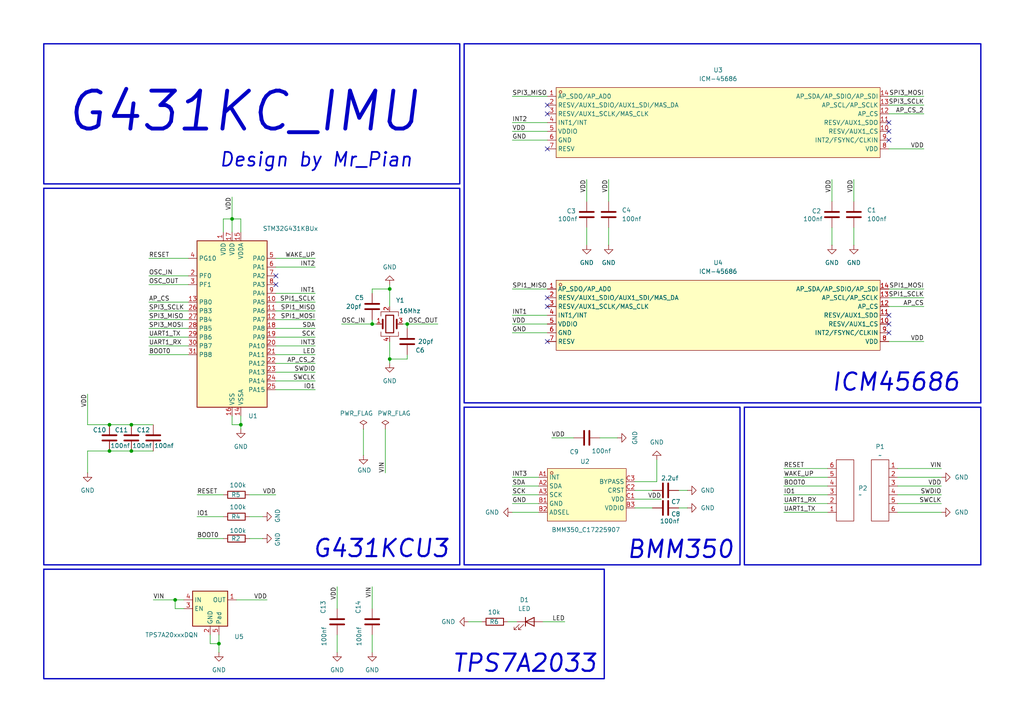
<source format=kicad_sch>
(kicad_sch (version 20250114) (generator "eeschema") (generator_version "9.0")
  (paper "A4")
  (title_block (title "G431KB_IMU") (date "2025-03-07"))
  (lib_symbols
    (symbol "Device:C" (pin_numbers (hide yes)) (pin_names (offset 0.254))
      (property "Reference" "C" (at 0.635 2.54 0))
      (property "Value" "C" (at 0.635 -2.54 0))
      (symbol "C_0_1"
        (polyline (pts (xy -2.032 0.762) (xy 2.032 0.762)) (stroke (width 0.508)))
        (polyline (pts (xy -2.032 -0.762) (xy 2.032 -0.762)) (stroke (width 0.508)))
      )
      (symbol "C_1_1"
        (pin passive line (at 0 3.81 270) (length 2.794) (name "~") (number "1"))
        (pin passive line (at 0 -3.81 90) (length 2.794) (name "~") (number "2"))
      )
    )
    (symbol "Device:Crystal_GND24" (pin_names (offset 1.016) (hide yes))
      (property "Reference" "Y" (at 3.175 5.08 0))
      (property "Value" "Crystal_GND24" (at 3.175 3.175 0))
      (symbol "Crystal_GND24_0_1"
        (polyline (pts (xy -2.54 2.286) (xy -2.54 3.556) (xy 2.54 3.556) (xy 2.54 2.286)))
        (polyline (pts (xy -2.54 0) (xy -2.032 0)))
        (polyline (pts (xy -2.54 -2.286) (xy -2.54 -3.556) (xy 2.54 -3.556) (xy 2.54 -2.286)))
        (polyline (pts (xy -2.032 -1.27) (xy -2.032 1.27)) (stroke (width 0.508)))
        (rectangle (start -1.143 2.54) (end 1.143 -2.54) (stroke (width 0.3048)))
        (polyline (pts (xy 0 3.556) (xy 0 3.81)))
        (polyline (pts (xy 0 -3.81) (xy 0 -3.556)))
        (polyline (pts (xy 2.032 0) (xy 2.54 0)))
        (polyline (pts (xy 2.032 -1.27) (xy 2.032 1.27)) (stroke (width 0.508)))
      )
      (symbol "Crystal_GND24_1_1"
        (pin passive line (at -3.81 0 0) (length 1.27) (name "1") (number "1"))
        (pin passive line (at 0 5.08 270) (length 1.27) (name "2") (number "2"))
        (pin passive line (at 0 -5.08 90) (length 1.27) (name "4") (number "4"))
        (pin passive line (at 3.81 0 180) (length 1.27) (name "3") (number "3"))
      )
    )
    (symbol "Device:LED" (pin_numbers (hide yes)) (pin_names (offset 1.016) (hide yes))
      (property "Reference" "D" (at 0 2.54 0))
      (property "Value" "LED" (at 0 -2.54 0))
      (symbol "LED_0_1"
        (polyline (pts (xy -3.048 -0.762) (xy -4.572 -2.286) (xy -3.81 -2.286) (xy -4.572 -2.286) (xy -4.572 -1.524)))
        (polyline (pts (xy -1.778 -0.762) (xy -3.302 -2.286) (xy -2.54 -2.286) (xy -3.302 -2.286) (xy -3.302 -1.524)))
        (polyline (pts (xy -1.27 0) (xy 1.27 0)))
        (polyline (pts (xy -1.27 -1.27) (xy -1.27 1.27)) (stroke (width 0.254)))
        (polyline (pts (xy 1.27 -1.27) (xy 1.27 1.27) (xy -1.27 0) (xy 1.27 -1.27)) (stroke (width 0.254)))
      )
      (symbol "LED_1_1"
        (pin passive line (at -3.81 0 0) (length 2.54) (name "K") (number "1"))
        (pin passive line (at 3.81 0 180) (length 2.54) (name "A") (number "2"))
      )
    )
    (symbol "Device:R" (pin_numbers (hide yes)) (pin_names (offset 0))
      (property "Reference" "R" (at 2.032 0 90))
      (property "Value" "R" (at 0 0 90))
      (symbol "R_0_1"
        (rectangle (start -1.016 -2.54) (end 1.016 2.54) (stroke (width 0.254)))
      )
      (symbol "R_1_1"
        (pin passive line (at 0 3.81 270) (length 1.27) (name "~") (number "1"))
        (pin passive line (at 0 -3.81 90) (length 1.27) (name "~") (number "2"))
      )
    )
    (symbol "MCU_ST_STM32G4:STM32G431KBUx"
      (property "Reference" "U" (at -10.16 26.67 0))
      (property "Value" "STM32G431KBUx" (at 5.08 26.67 0))
      (symbol "STM32G431KBUx_0_1"
        (rectangle (start -10.16 -22.86) (end 10.16 25.4) (stroke (width 0.254)) (fill (type background)))
      )
      (symbol "STM32G431KBUx_1_1"
        (pin bidirectional line (at -12.7 20.32 0) (length 2.54) (name "PG10") (number "4"))
        (pin bidirectional line (at -12.7 15.24 0) (length 2.54) (name "PF0") (number "2"))
        (pin bidirectional line (at -12.7 12.7 0) (length 2.54) (name "PF1") (number "3"))
        (pin bidirectional line (at -12.7 7.62 0) (length 2.54) (name "PB0") (number "13"))
        (pin bidirectional line (at -12.7 5.08 0) (length 2.54) (name "PB3") (number "26"))
        (pin bidirectional line (at -12.7 2.54 0) (length 2.54) (name "PB4") (number "27"))
        (pin bidirectional line (at -12.7 0 0) (length 2.54) (name "PB5") (number "28"))
        (pin bidirectional line (at -12.7 -2.54 0) (length 2.54) (name "PB6") (number "29"))
        (pin bidirectional line (at -12.7 -5.08 0) (length 2.54) (name "PB7") (number "30"))
        (pin bidirectional line (at -12.7 -7.62 0) (length 2.54) (name "PB8") (number "31"))
        (pin power_in line (at -2.54 27.94 270) (length 2.54) (name "VDD") (number "1"))
        (pin power_in line (at 0 27.94 270) (length 2.54) (name "VDD") (number "17"))
        (pin power_in line (at 0 -25.4 90) (length 2.54) (name "VSS") (number "16"))
        (pin passive line (at 0 -25.4 90) (length 2.54) (hide yes) (name "VSS") (number "32"))
        (pin passive line (at 0 -25.4 90) (length 2.54) (hide yes) (name "VSS") (number "33"))
        (pin power_in line (at 2.54 27.94 270) (length 2.54) (name "VDDA") (number "15"))
        (pin power_in line (at 2.54 -25.4 90) (length 2.54) (name "VSSA") (number "14"))
        (pin bidirectional line (at 12.7 20.32 180) (length 2.54) (name "PA0") (number "5"))
        (pin bidirectional line (at 12.7 17.78 180) (length 2.54) (name "PA1") (number "6"))
        (pin bidirectional line (at 12.7 15.24 180) (length 2.54) (name "PA2") (number "7"))
        (pin bidirectional line (at 12.7 12.7 180) (length 2.54) (name "PA3") (number "8"))
        (pin bidirectional line (at 12.7 10.16 180) (length 2.54) (name "PA4") (number "9"))
        (pin bidirectional line (at 12.7 7.62 180) (length 2.54) (name "PA5") (number "10"))
        (pin bidirectional line (at 12.7 5.08 180) (length 2.54) (name "PA6") (number "11"))
        (pin bidirectional line (at 12.7 2.54 180) (length 2.54) (name "PA7") (number "12"))
        (pin bidirectional line (at 12.7 0 180) (length 2.54) (name "PA8") (number "18"))
        (pin bidirectional line (at 12.7 -2.54 180) (length 2.54) (name "PA9") (number "19"))
        (pin bidirectional line (at 12.7 -5.08 180) (length 2.54) (name "PA10") (number "20"))
        (pin bidirectional line (at 12.7 -7.62 180) (length 2.54) (name "PA11") (number "21"))
        (pin bidirectional line (at 12.7 -10.16 180) (length 2.54) (name "PA12") (number "22"))
        (pin bidirectional line (at 12.7 -12.7 180) (length 2.54) (name "PA13") (number "23"))
        (pin bidirectional line (at 12.7 -15.24 180) (length 2.54) (name "PA14") (number "24"))
        (pin bidirectional line (at 12.7 -17.78 180) (length 2.54) (name "PA15") (number "25"))
      )
    )
    (symbol "Regulator_Linear:TPS7A20xxxDQN"
      (property "Reference" "U" (at -3.81 6.35 0))
      (property "Value" "TPS7A20xxxDQN" (at 6.35 6.35 0))
      (symbol "TPS7A20xxxDQN_0_1"
        (rectangle (start -5.08 5.08) (end 5.08 -5.08) (stroke (width 0.254)) (fill (type background)))
        (pin power_in line (at -7.62 2.54 0) (length 2.54) (name "IN") (number "4"))
        (pin input line (at -7.62 0 0) (length 2.54) (name "EN") (number "3"))
        (pin power_in line (at 0 -7.62 90) (length 2.54) (name "GND") (number "2"))
        (pin power_out line (at 7.62 2.54 180) (length 2.54) (name "OUT") (number "1"))
      )
      (symbol "TPS7A20xxxDQN_1_1"
        (pin passive line (at 2.54 -7.62 90) (length 2.54) (name "Pad") (number "5"))
      )
    )
    (symbol "User_Symbols:6Pin半孔"
      (property "Reference" "P" (at -0.762 0.508 0))
      (symbol "6Pin半孔_0_1"
        (rectangle (start -2.54 -1.27) (end 2.54 -19.05))
      )
      (symbol "6Pin半孔_1_1"
        (pin unspecified line (at 5.08 -3.81 180) (length 2.54) (name "") (number "1"))
        (pin unspecified line (at 5.08 -6.35 180) (length 2.54) (name "") (number "2"))
        (pin unspecified line (at 5.08 -8.89 180) (length 2.54) (name "") (number "3"))
        (pin unspecified line (at 5.08 -11.43 180) (length 2.54) (name "") (number "4"))
        (pin unspecified line (at 5.08 -13.97 180) (length 2.54) (name "") (number "5"))
        (pin unspecified line (at 5.08 -16.51 180) (length 2.54) (name "") (number "6"))
      )
    )
    (symbol "easyeda2kicad:BMM350_C17225907"
      (property "Reference" "U" (at 0 11.43 0))
      (property "Value" "BMM350_C17225907" (at 0 -8.89 0))
      (symbol "BMM350_C17225907_0_1"
        (rectangle (start -12.7 8.89) (end 10.16 -6.35) (fill (type background)))
        (circle (center -11.43 7.62) (radius 0.38))
        (pin unspecified line (at -15.24 6.35 0) (length 2.54) (name "INT") (number "A1"))
        (pin unspecified line (at -15.24 3.81 0) (length 2.54) (name "SDA") (number "A2"))
        (pin unspecified line (at -15.24 1.27 0) (length 2.54) (name "SCK") (number "A3"))
        (pin unspecified line (at -15.24 -1.27 0) (length 2.54) (name "GND") (number "B1"))
        (pin unspecified line (at -15.24 -3.81 0) (length 2.54) (name "ADSEL") (number "B2"))
        (pin unspecified line (at 12.7 5.08 180) (length 2.54) (name "BYPASS") (number "C3"))
        (pin unspecified line (at 12.7 2.54 180) (length 2.54) (name "CRST") (number "C2"))
        (pin unspecified line (at 12.7 0 180) (length 2.54) (name "VDD") (number "C1"))
        (pin unspecified line (at 12.7 -2.54 180) (length 2.54) (name "VDDIO") (number "B3"))
      )
    )
    (symbol "easyeda2kicad:ICM-45686"
      (property "Reference" "U" (at 0 12.7 0))
      (property "Value" "ICM-45686" (at 0 -12.7 0))
      (symbol "ICM-45686_0_1"
        (rectangle (start -46.99 10.16) (end 46.99 -10.16) (fill (type background)))
        (circle (center -45.72 8.89) (radius 0.38))
        (pin unspecified line (at -49.53 7.62 0) (length 2.54) (name "AP_SDO/AP_AD0") (number "1"))
        (pin unspecified line (at -49.53 5.08 0) (length 2.54) (name "RESV/AUX1_SDIO/AUX1_SDI/MAS_DA") (number "2"))
        (pin unspecified line (at -49.53 2.54 0) (length 2.54) (name "RESV/AUX1_SCLK/MAS_CLK") (number "3"))
        (pin unspecified line (at -49.53 0 0) (length 2.54) (name "INT1/INT") (number "4"))
        (pin unspecified line (at -49.53 -2.54 0) (length 2.54) (name "VDDIO") (number "5"))
        (pin unspecified line (at -49.53 -5.08 0) (length 2.54) (name "GND") (number "6"))
        (pin unspecified line (at -49.53 -7.62 0) (length 2.54) (name "RESV") (number "7"))
        (pin unspecified line (at 49.53 7.62 180) (length 2.54) (name "AP_SDA/AP_SDIO/AP_SDI") (number "14"))
        (pin unspecified line (at 49.53 5.08 180) (length 2.54) (name "AP_SCL/AP_SCLK") (number "13"))
        (pin unspecified line (at 49.53 2.54 180) (length 2.54) (name "AP_CS") (number "12"))
        (pin unspecified line (at 49.53 0 180) (length 2.54) (name "RESV/AUX1_SDO") (number "11"))
        (pin unspecified line (at 49.53 -2.54 180) (length 2.54) (name "RESV/AUX1_CS") (number "10"))
        (pin unspecified line (at 49.53 -5.08 180) (length 2.54) (name "INT2/FSYNC/CLKIN") (number "9"))
        (pin unspecified line (at 49.53 -7.62 180) (length 2.54) (name "VDD") (number "8"))
      )
    )
    (symbol "power:GND" (power) (pin_numbers (hide yes)) (pin_names (offset 0) (hide yes))
      (property "Value" "GND" (at 0 -3.81 0))
      (symbol "GND_0_1"
        (polyline (pts (xy 0 0) (xy 0 -1.27) (xy 1.27 -1.27) (xy 0 -2.54) (xy -1.27 -1.27) (xy 0 -1.27)))
      )
      (symbol "GND_1_1"
        (pin power_in line (at 0 0 270) (length 0) (name "~") (number "1"))
      )
    )
    (symbol "power:PWR_FLAG" (power) (pin_numbers (hide yes)) (pin_names (offset 0) (hide yes))
      (property "Value" "PWR_FLAG" (at 0 3.81 0))
      (symbol "PWR_FLAG_0_0"
        (pin power_out line (at 0 0 90) (length 0) (name "~") (number "1"))
      )
      (symbol "PWR_FLAG_0_1"
        (polyline (pts (xy 0 0) (xy 0 1.27) (xy -1.016 1.905) (xy 0 2.54) (xy 1.016 1.905) (xy 0 1.27)))
      )
    )
  )
  (rectangle (start 12.7 54.61) (end 133.35 163.83) (stroke (width 0.381)))
  (rectangle (start 215.9 118.11) (end 284.48 163.83) (stroke (width 0.381)))
  (rectangle (start 12.7 12.7) (end 133.35 53.34) (stroke (width 0.381)))
  (rectangle (start 134.62 12.7) (end 284.48 116.84) (stroke (width 0.381)))
  (rectangle (start 12.7 165.1) (end 175.26 196.85) (stroke (width 0.381)))
  (rectangle (start 134.62 118.11) (end 214.63 163.83) (stroke (width 0.381)))
  (text "Design by Mr_Pian" (at 91.694 46.482 0) (effects (font (size 4 4) (thickness 0.5) (italic yes))))
  (text "BMM350" (at 197.358 159.512 0) (effects (font (size 5 5) (thickness 0.625) (italic yes))))
  (text "G431KC_IMU" (at 70.612 32.512 0) (effects (font (size 11 11) (thickness 1.125) (italic yes))))
  (text "ICM45686" (at 259.842 110.998 0) (effects (font (size 5 5) (thickness 0.625) (italic yes))))
  (text "TPS7A2033" (at 152.146 192.532 0) (effects (font (size 5 5) (thickness 0.625) (italic yes))))
  (text "G431KCU3" (at 110.49 159.258 0) (effects (font (size 5 5) (thickness 0.625) (italic yes))))
  (junction (at 113.03 83.82))
  (junction (at 38.1 123.19))
  (junction (at 38.1 130.81))
  (junction (at 63.5 186.69))
  (junction (at 31.75 130.81))
  (junction (at 69.85 123.19))
  (junction (at 113.03 104.14))
  (junction (at 107.95 93.98))
  (junction (at 31.75 123.19))
  (junction (at 118.11 93.98))
  (junction (at 67.31 63.5))
  (junction (at 50.8 173.99))
  (no_connect (at 158.75 43.18))
  (no_connect (at 257.81 93.98))
  (no_connect (at 257.81 91.44))
  (no_connect (at 257.81 38.1))
  (no_connect (at 158.75 33.02))
  (no_connect (at 80.01 80.01))
  (no_connect (at 257.81 40.64))
  (no_connect (at 257.81 35.56))
  (no_connect (at 158.75 88.9))
  (no_connect (at 158.75 86.36))
  (no_connect (at 158.75 99.06))
  (no_connect (at 158.75 30.48))
  (no_connect (at 80.01 82.55))
  (no_connect (at 257.81 96.52))
  (wire (pts (xy 91.44 92.71) (xy 80.01 92.71)))
  (wire (pts (xy 91.44 85.09) (xy 80.01 85.09)))
  (wire (pts (xy 176.53 52.07) (xy 176.53 58.42)))
  (wire (pts (xy 189.23 147.32) (xy 184.15 147.32)))
  (wire (pts (xy 267.97 30.48) (xy 257.81 30.48)))
  (wire (pts (xy 227.33 135.89) (xy 240.03 135.89)))
  (wire (pts (xy 118.11 104.14) (xy 113.03 104.14)))
  (wire (pts (xy 107.95 93.98) (xy 109.22 93.98)))
  (wire (pts (xy 227.33 148.59) (xy 240.03 148.59)))
  (wire (pts (xy 43.18 97.79) (xy 54.61 97.79)))
  (wire (pts (xy 148.59 38.1) (xy 158.75 38.1)))
  (wire (pts (xy 199.39 142.24) (xy 196.85 142.24)))
  (wire (pts (xy 191.77 144.78) (xy 184.15 144.78)))
  (wire (pts (xy 67.31 120.65) (xy 67.31 123.19)))
  (wire (pts (xy 148.59 93.98) (xy 158.75 93.98)))
  (wire (pts (xy 148.59 138.43) (xy 156.21 138.43)))
  (wire (pts (xy 247.65 71.12) (xy 247.65 66.04)))
  (wire (pts (xy 25.4 137.16) (xy 25.4 130.81)))
  (wire (pts (xy 148.59 148.59) (xy 156.21 148.59)))
  (wire (pts (xy 148.59 35.56) (xy 158.75 35.56)))
  (wire (pts (xy 105.41 124.46) (xy 105.41 132.08)))
  (wire (pts (xy 267.97 83.82) (xy 257.81 83.82)))
  (wire (pts (xy 60.96 186.69) (xy 63.5 186.69)))
  (wire (pts (xy 38.1 123.19) (xy 44.45 123.19)))
  (wire (pts (xy 241.3 71.12) (xy 241.3 66.04)))
  (wire (pts (xy 267.97 43.18) (xy 257.81 43.18)))
  (wire (pts (xy 91.44 77.47) (xy 80.01 77.47)))
  (wire (pts (xy 170.18 52.07) (xy 170.18 58.42)))
  (wire (pts (xy 111.76 137.16) (xy 111.76 124.46)))
  (wire (pts (xy 273.05 138.43) (xy 260.35 138.43)))
  (wire (pts (xy 148.59 140.97) (xy 156.21 140.97)))
  (wire (pts (xy 53.34 176.53) (xy 50.8 176.53)))
  (wire (pts (xy 227.33 146.05) (xy 240.03 146.05)))
  (wire (pts (xy 67.31 63.5) (xy 69.85 63.5)))
  (wire (pts (xy 99.06 93.98) (xy 107.95 93.98)))
  (wire (pts (xy 91.44 74.93) (xy 80.01 74.93)))
  (wire (pts (xy 190.5 133.35) (xy 190.5 139.7)))
  (wire (pts (xy 116.84 93.98) (xy 118.11 93.98)))
  (wire (pts (xy 69.85 124.46) (xy 69.85 123.19)))
  (wire (pts (xy 80.01 143.51) (xy 72.39 143.51)))
  (wire (pts (xy 43.18 95.25) (xy 54.61 95.25)))
  (wire (pts (xy 69.85 63.5) (xy 69.85 67.31)))
  (wire (pts (xy 60.96 184.15) (xy 60.96 186.69)))
  (wire (pts (xy 107.95 92.71) (xy 107.95 93.98)))
  (wire (pts (xy 91.44 105.41) (xy 80.01 105.41)))
  (wire (pts (xy 67.31 123.19) (xy 69.85 123.19)))
  (wire (pts (xy 170.18 71.12) (xy 170.18 66.04)))
  (wire (pts (xy 97.79 189.23) (xy 97.79 184.15)))
  (wire (pts (xy 267.97 88.9) (xy 257.81 88.9)))
  (wire (pts (xy 91.44 97.79) (xy 80.01 97.79)))
  (wire (pts (xy 107.95 170.18) (xy 107.95 176.53)))
  (wire (pts (xy 63.5 186.69) (xy 63.5 184.15)))
  (wire (pts (xy 227.33 138.43) (xy 240.03 138.43)))
  (wire (pts (xy 113.03 104.14) (xy 113.03 99.06)))
  (wire (pts (xy 43.18 87.63) (xy 54.61 87.63)))
  (wire (pts (xy 64.77 149.86) (xy 57.15 149.86)))
  (wire (pts (xy 267.97 33.02) (xy 257.81 33.02)))
  (wire (pts (xy 69.85 123.19) (xy 69.85 120.65)))
  (wire (pts (xy 91.44 90.17) (xy 80.01 90.17)))
  (wire (pts (xy 227.33 140.97) (xy 240.03 140.97)))
  (wire (pts (xy 97.79 170.18) (xy 97.79 176.53)))
  (wire (pts (xy 135.89 180.34) (xy 139.7 180.34)))
  (wire (pts (xy 57.15 143.51) (xy 64.77 143.51)))
  (wire (pts (xy 43.18 100.33) (xy 54.61 100.33)))
  (wire (pts (xy 44.45 173.99) (xy 50.8 173.99)))
  (wire (pts (xy 91.44 102.87) (xy 80.01 102.87)))
  (wire (pts (xy 113.03 105.41) (xy 113.03 104.14)))
  (wire (pts (xy 76.2 149.86) (xy 72.39 149.86)))
  (wire (pts (xy 273.05 148.59) (xy 260.35 148.59)))
  (wire (pts (xy 77.47 173.99) (xy 68.58 173.99)))
  (wire (pts (xy 64.77 156.21) (xy 57.15 156.21)))
  (wire (pts (xy 148.59 83.82) (xy 158.75 83.82)))
  (wire (pts (xy 273.05 146.05) (xy 260.35 146.05)))
  (wire (pts (xy 113.03 83.82) (xy 113.03 88.9)))
  (wire (pts (xy 38.1 130.81) (xy 44.45 130.81)))
  (wire (pts (xy 43.18 92.71) (xy 54.61 92.71)))
  (wire (pts (xy 163.83 180.34) (xy 157.48 180.34)))
  (wire (pts (xy 247.65 52.07) (xy 247.65 58.42)))
  (wire (pts (xy 64.77 67.31) (xy 64.77 63.5)))
  (wire (pts (xy 67.31 57.15) (xy 67.31 63.5)))
  (wire (pts (xy 107.95 83.82) (xy 107.95 85.09)))
  (wire (pts (xy 64.77 63.5) (xy 67.31 63.5)))
  (wire (pts (xy 76.2 156.21) (xy 72.39 156.21)))
  (wire (pts (xy 50.8 176.53) (xy 50.8 173.99)))
  (wire (pts (xy 179.07 127) (xy 173.99 127)))
  (wire (pts (xy 118.11 104.14) (xy 118.11 102.87)))
  (wire (pts (xy 43.18 80.01) (xy 54.61 80.01)))
  (wire (pts (xy 148.59 27.94) (xy 158.75 27.94)))
  (wire (pts (xy 267.97 27.94) (xy 257.81 27.94)))
  (wire (pts (xy 107.95 83.82) (xy 113.03 83.82)))
  (wire (pts (xy 148.59 146.05) (xy 156.21 146.05)))
  (wire (pts (xy 91.44 113.03) (xy 80.01 113.03)))
  (wire (pts (xy 227.33 143.51) (xy 240.03 143.51)))
  (wire (pts (xy 91.44 110.49) (xy 80.01 110.49)))
  (wire (pts (xy 118.11 93.98) (xy 127 93.98)))
  (wire (pts (xy 199.39 147.32) (xy 196.85 147.32)))
  (wire (pts (xy 107.95 189.23) (xy 107.95 184.15)))
  (wire (pts (xy 91.44 107.95) (xy 80.01 107.95)))
  (wire (pts (xy 148.59 40.64) (xy 158.75 40.64)))
  (wire (pts (xy 67.31 63.5) (xy 67.31 67.31)))
  (wire (pts (xy 148.59 91.44) (xy 158.75 91.44)))
  (wire (pts (xy 91.44 100.33) (xy 80.01 100.33)))
  (wire (pts (xy 113.03 82.55) (xy 113.03 83.82)))
  (wire (pts (xy 241.3 52.07) (xy 241.3 58.42)))
  (wire (pts (xy 43.18 82.55) (xy 54.61 82.55)))
  (wire (pts (xy 160.02 127) (xy 166.37 127)))
  (wire (pts (xy 43.18 74.93) (xy 54.61 74.93)))
  (wire (pts (xy 63.5 189.23) (xy 63.5 186.69)))
  (wire (pts (xy 118.11 93.98) (xy 118.11 95.25)))
  (wire (pts (xy 25.4 114.3) (xy 25.4 123.19)))
  (wire (pts (xy 91.44 95.25) (xy 80.01 95.25)))
  (wire (pts (xy 147.32 180.34) (xy 149.86 180.34)))
  (wire (pts (xy 91.44 87.63) (xy 80.01 87.63)))
  (wire (pts (xy 31.75 130.81) (xy 38.1 130.81)))
  (wire (pts (xy 273.05 135.89) (xy 260.35 135.89)))
  (wire (pts (xy 148.59 96.52) (xy 158.75 96.52)))
  (wire (pts (xy 148.59 143.51) (xy 156.21 143.51)))
  (wire (pts (xy 267.97 99.06) (xy 257.81 99.06)))
  (wire (pts (xy 25.4 130.81) (xy 31.75 130.81)))
  (wire (pts (xy 190.5 139.7) (xy 184.15 139.7)))
  (wire (pts (xy 189.23 142.24) (xy 184.15 142.24)))
  (wire (pts (xy 25.4 123.19) (xy 31.75 123.19)))
  (wire (pts (xy 43.18 90.17) (xy 54.61 90.17)))
  (wire (pts (xy 273.05 140.97) (xy 260.35 140.97)))
  (wire (pts (xy 273.05 143.51) (xy 260.35 143.51)))
  (wire (pts (xy 50.8 173.99) (xy 53.34 173.99)))
  (wire (pts (xy 267.97 86.36) (xy 257.81 86.36)))
  (wire (pts (xy 176.53 71.12) (xy 176.53 66.04)))
  (wire (pts (xy 43.18 102.87) (xy 54.61 102.87)))
  (wire (pts (xy 31.75 123.19) (xy 38.1 123.19)))
  (label "SPI3_MOSI" (at 267.97 27.94 180))
  (label "SPI1_SCLK" (at 267.97 86.36 180))
  (label "INT1" (at 148.59 91.44 0))
  (label "SPI3_MOSI" (at 43.18 95.25 0))
  (label "UART1_TX" (at 227.33 148.59 0))
  (label "RESET" (at 227.33 135.89 0))
  (label "AP_CS" (at 43.18 87.63 0))
  (label "SDA" (at 91.44 95.25 180))
  (label "SDA" (at 148.59 140.97 0))
  (label "OSC_IN" (at 99.06 93.98 0))
  (label "GND" (at 148.59 96.52 0))
  (label "SWCLK" (at 273.05 146.05 180))
  (label "AP_CS_2" (at 91.44 105.41 180))
  (label "OSC_OUT" (at 127 93.98 180))
  (label "VDD" (at 67.31 57.15 270))
  (label "SCK" (at 148.59 143.51 0))
  (label "SWDIO" (at 273.05 143.51 180))
  (label "LED" (at 163.83 180.34 180))
  (label "SPI1_MOSI" (at 267.97 83.82 180))
  (label "VIN" (at 107.95 170.18 270))
  (label "BOOT0" (at 43.18 102.87 0))
  (label "SPI1_SCLK" (at 91.44 87.63 180))
  (label "VIN" (at 111.76 137.16 90) (effects (font (thickness 0.1588))))
  (label "VDD" (at 160.02 127 0))
  (label "GND" (at 148.59 40.64 0))
  (label "VIN" (at 273.05 135.89 180) (effects (font (thickness 0.1588))))
  (label "UART1_RX" (at 227.33 146.05 0))
  (label "VDD" (at 267.97 99.06 180))
  (label "VDD" (at 241.3 52.07 270))
  (label "VDD" (at 25.4 114.3 270))
  (label "VIN" (at 44.45 173.99 0) (effects (font (thickness 0.1588))))
  (label "SWCLK" (at 91.44 110.49 180))
  (label "UART1_TX" (at 43.18 97.79 0))
  (label "BOOT0" (at 227.33 140.97 0))
  (label "SWDIO" (at 91.44 107.95 180))
  (label "SPI3_SCLK" (at 43.18 90.17 0))
  (label "AP_CS" (at 267.97 88.9 180))
  (label "VDD" (at 247.65 52.07 270))
  (label "VDD" (at 148.59 38.1 0))
  (label "WAKE_UP" (at 227.33 138.43 0))
  (label "SPI1_MISO" (at 148.59 83.82 0))
  (label "RESET" (at 57.15 143.51 0))
  (label "VDD" (at 267.97 43.18 180))
  (label "BOOT0" (at 57.15 156.21 0))
  (label "VDD" (at 170.18 52.07 270))
  (label "VDD" (at 273.05 140.97 180))
  (label "IO1" (at 91.44 113.03 180))
  (label "IO1" (at 57.15 149.86 0))
  (label "INT1" (at 91.44 85.09 180))
  (label "VDD" (at 176.53 52.07 270))
  (label "VDD" (at 191.77 144.78 180))
  (label "VDD" (at 80.01 143.51 180))
  (label "SPI3_MISO" (at 43.18 92.71 0))
  (label "OSC_IN" (at 43.18 80.01 0))
  (label "SPI3_MISO" (at 148.59 27.94 0))
  (label "SPI1_MOSI" (at 91.44 92.71 180))
  (label "SPI1_MISO" (at 91.44 90.17 180))
  (label "OSC_OUT" (at 43.18 82.55 0))
  (label "LED" (at 91.44 102.87 180))
  (label "VDD" (at 97.79 170.18 270))
  (label "INT2" (at 91.44 77.47 180))
  (label "AP_CS_2" (at 267.97 33.02 180))
  (label "VDD" (at 148.59 93.98 0))
  (label "VDD" (at 77.47 173.99 180))
  (label "INT3" (at 148.59 138.43 0))
  (label "SPI3_SCLK" (at 267.97 30.48 180))
  (label "WAKE_UP" (at 91.44 74.93 180))
  (label "GND" (at 148.59 146.05 0))
  (label "SCK" (at 91.44 97.79 180))
  (label "RESET" (at 43.18 74.93 0))
  (label "INT3" (at 91.44 100.33 180))
  (label "UART1_RX" (at 43.18 100.33 0))
  (label "INT2" (at 148.59 35.56 0))
  (label "IO1" (at 227.33 143.51 0))
  (symbol (lib_id "Device:C") (at 118.11 99.06 180) (unit 1)
    (property "Reference" "C6" (at 123.19 101.6 0) (effects (justify left)))
    (property "Value" "20pf" (at 125.73 99.06 0) (effects (justify left)))
    (property "Footprint" "Capacitor_SMD:C_0201_0603Metric" (effects (hide yes)))
    (property "Description" "Unpolarized capacitor" (effects (hide yes)))
  )
  (symbol (lib_id "User_Symbols:6Pin半孔") (at 245.11 152.4 180) (unit 1)
    (property "Reference" "P2" (at 248.92 141.6049 0) (effects (justify right)))
    (property "Value" "~" (at 248.92 143.51 0) (effects (justify right)))
    (property "Footprint" "User_footprints:6Pin半孔" (effects (hide yes)))
  )
  (symbol (lib_id "power:GND") (at 176.53 71.12 0) (unit 1)
    (property "Reference" "#PWR04" (effects (hide yes)))
    (property "Value" "GND" (at 176.53 76.2 0))
    (property "Description" "Power symbol creates a global label with name \"GND\" , ground" (effects (hide yes)))
  )
  (symbol (lib_id "easyeda2kicad:ICM-45686") (at 208.28 91.44 0) (unit 1)
    (property "Reference" "U4" (at 208.28 76.2 0))
    (property "Value" "ICM-45686" (at 208.28 78.74 0))
    (property "Footprint" "easyeda2kicad:LGA-14_L3.0-W2.5-P0.50-TL" (effects (hide yes)))
    (property "LCSC Part" "C22459454" (effects (hide yes)))
  )
  (symbol (lib_id "power:GND") (at 273.05 138.43 90) (unit 1)
    (property "Reference" "#PWR016" (effects (hide yes)))
    (property "Value" "GND" (at 276.86 138.4299 90) (effects (justify right)))
    (property "Description" "Power symbol creates a global label with name \"GND\" , ground" (effects (hide yes)))
  )
  (symbol (lib_id "Regulator_Linear:TPS7A20xxxDQN") (at 60.96 176.53 0) (unit 1)
    (property "Reference" "U5" (at 69.342 184.658 0))
    (property "Value" "TPS7A20xxxDQN" (at 49.784 184.15 0))
    (property "Footprint" "Package_SON:Texas_X2SON-4_1x1mm_P0.65mm" (effects (hide yes)))
    (property "Datasheet" "https://www.ti.com/lit/ds/symlink/tps7a20.pdf" (effects (hide yes)))
    (property "Description" "300 mA Low Dropout Voltage Regulator, Fixed Output, 1.6..6.0Vin, Low-Noise (7μV RMS), 6.5μA IQ LDO, X2SON-5" (effects (hide yes)))
  )
  (symbol (lib_id "power:GND") (at 76.2 149.86 90) (mirror x) (unit 1)
    (property "Reference" "#PWR015" (effects (hide yes)))
    (property "Value" "GND" (at 80.518 149.606 0))
    (property "Description" "Power symbol creates a global label with name \"GND\" , ground" (effects (hide yes)))
  )
  (symbol (lib_id "Device:C") (at 107.95 180.34 0) (unit 1)
    (property "Reference" "C14" (at 103.886 178.054 90) (effects (justify left)))
    (property "Value" "100nf" (at 104.14 187.452 90) (effects (justify left)))
    (property "Footprint" "Capacitor_SMD:C_0201_0603Metric" (effects (hide yes)))
    (property "Description" "Unpolarized capacitor" (effects (hide yes)))
  )
  (symbol (lib_id "User_Symbols:6Pin半孔") (at 255.27 132.08 0) (unit 1)
    (property "Reference" "P1" (at 255.27 129.54 0))
    (property "Value" "~" (at 255.27 132.08 0))
    (property "Footprint" "User_footprints:6Pin半孔" (effects (hide yes)))
  )
  (symbol (lib_id "power:GND") (at 135.89 180.34 270) (unit 1)
    (property "Reference" "#PWR021" (effects (hide yes)))
    (property "Value" "GND" (at 132.08 180.3399 90) (effects (justify right)))
    (property "Description" "Power symbol creates a global label with name \"GND\" , ground" (effects (hide yes)))
  )
  (symbol (lib_id "Device:C") (at 193.04 142.24 90) (unit 1)
    (property "Reference" "C7" (at 197.358 145.542 90) (effects (justify left)))
    (property "Value" "2.2uf" (at 196.85 138.684 90) (effects (justify left)))
    (property "Footprint" "Capacitor_SMD:C_0201_0603Metric" (effects (hide yes)))
    (property "Description" "Unpolarized capacitor" (effects (hide yes)))
  )
  (symbol (lib_id "Device:C") (at 31.75 127 0) (unit 1)
    (property "Reference" "C10" (at 26.924 124.714 0) (effects (justify left)))
    (property "Value" "100nf" (at 32.004 129.286 0) (effects (justify left)))
    (property "Footprint" "Capacitor_SMD:C_0201_0603Metric" (effects (hide yes)))
    (property "Description" "Unpolarized capacitor" (effects (hide yes)))
  )
  (symbol (lib_id "Device:C") (at 241.3 62.23 0) (unit 1)
    (property "Reference" "C2" (at 235.458 61.214 0) (effects (justify left)))
    (property "Value" "100nf" (at 232.918 63.5 0) (effects (justify left)))
    (property "Footprint" "Capacitor_SMD:C_0201_0603Metric" (effects (hide yes)))
    (property "Description" "Unpolarized capacitor" (effects (hide yes)))
  )
  (symbol (lib_id "power:GND") (at 105.41 132.08 0) (mirror y) (unit 1)
    (property "Reference" "#PWR020" (effects (hide yes)))
    (property "Value" "GND" (at 105.664 136.398 0))
    (property "Description" "Power symbol creates a global label with name \"GND\" , ground" (effects (hide yes)))
  )
  (symbol (lib_id "power:GND") (at 247.65 71.12 0) (unit 1)
    (property "Reference" "#PWR01" (effects (hide yes)))
    (property "Value" "GND" (at 247.65 76.2 0))
    (property "Description" "Power symbol creates a global label with name \"GND\" , ground" (effects (hide yes)))
  )
  (symbol (lib_id "Device:R") (at 143.51 180.34 90) (mirror x) (unit 1)
    (property "Reference" "R6" (at 141.986 180.34 90) (effects (justify right)))
    (property "Value" "10k" (at 141.478 177.546 90) (effects (justify right)))
    (property "Footprint" "Resistor_SMD:R_0201_0603Metric" (effects (hide yes)))
    (property "Description" "Resistor" (effects (hide yes)))
  )
  (symbol (lib_id "Device:Crystal_GND24") (at 113.03 93.98 0) (unit 1)
    (property "Reference" "Y1" (at 116.078 87.122 0))
    (property "Value" "16Mhz" (at 118.872 90.17 0))
    (property "Footprint" "Crystal:Crystal_SMD_2016-4Pin_2.0x1.6mm" (effects (hide yes)))
    (property "Description" "Four pin crystal, GND on pins 2 and 4" (effects (hide yes)))
  )
  (symbol (lib_id "power:GND") (at 97.79 189.23 0) (unit 1)
    (property "Reference" "#PWR018" (effects (hide yes)))
    (property "Value" "GND" (at 97.79 194.31 0))
    (property "Description" "Power symbol creates a global label with name \"GND\" , ground" (effects (hide yes)))
  )
  (symbol (lib_id "power:PWR_FLAG") (at 111.76 124.46 0) (unit 1)
    (property "Reference" "#FLG02" (effects (hide yes)))
    (property "Value" "PWR_FLAG" (at 114.3 119.888 0))
    (property "Description" "Special symbol for telling ERC where power comes from" (effects (hide yes)))
  )
  (symbol (lib_id "power:GND") (at 179.07 127 90) (unit 1)
    (property "Reference" "#PWR011" (effects (hide yes)))
    (property "Value" "GND" (at 184.15 127 0))
    (property "Description" "Power symbol creates a global label with name \"GND\" , ground" (effects (hide yes)))
  )
  (symbol (lib_id "power:GND") (at 113.03 105.41 0) (unit 1)
    (property "Reference" "#PWR05" (effects (hide yes)))
    (property "Value" "GND" (at 113.03 110.49 0))
    (property "Description" "Power symbol creates a global label with name \"GND\" , ground" (effects (hide yes)))
  )
  (symbol (lib_id "Device:C") (at 44.45 127 0) (unit 1)
    (property "Reference" "C12" (at 39.624 124.714 0) (effects (justify left)))
    (property "Value" "100nf" (at 44.704 129.286 0) (effects (justify left)))
    (property "Footprint" "Capacitor_SMD:C_0201_0603Metric" (effects (hide yes)))
    (property "Description" "Unpolarized capacitor" (effects (hide yes)))
  )
  (symbol (lib_id "Device:R") (at 68.58 149.86 90) (mirror x) (unit 1)
    (property "Reference" "R4" (at 67.056 149.86 90) (effects (justify right)))
    (property "Value" "100k" (at 66.548 147.066 90) (effects (justify right)))
    (property "Footprint" "Resistor_SMD:R_0201_0603Metric" (effects (hide yes)))
    (property "Description" "Resistor" (effects (hide yes)))
  )
  (symbol (lib_id "power:GND") (at 199.39 142.24 90) (unit 1)
    (property "Reference" "#PWR09" (effects (hide yes)))
    (property "Value" "GND" (at 203.2 142.2399 90) (effects (justify right)))
    (property "Description" "Power symbol creates a global label with name \"GND\" , ground" (effects (hide yes)))
  )
  (symbol (lib_id "Device:C") (at 107.95 88.9 0) (unit 1)
    (property "Reference" "C5" (at 102.87 86.36 0) (effects (justify left)))
    (property "Value" "20pf" (at 100.33 88.9 0) (effects (justify left)))
    (property "Footprint" "Capacitor_SMD:C_0201_0603Metric" (effects (hide yes)))
    (property "Description" "Unpolarized capacitor" (effects (hide yes)))
  )
  (symbol (lib_id "power:GND") (at 25.4 137.16 0) (unit 1)
    (property "Reference" "#PWR013" (effects (hide yes)))
    (property "Value" "GND" (at 25.4 142.24 0))
    (property "Description" "Power symbol creates a global label with name \"GND\" , ground" (effects (hide yes)))
  )
  (symbol (lib_id "Device:C") (at 38.1 127 0) (unit 1)
    (property "Reference" "C11" (at 33.274 124.714 0) (effects (justify left)))
    (property "Value" "100nf" (at 38.354 129.286 0) (effects (justify left)))
    (property "Footprint" "Capacitor_SMD:C_0201_0603Metric" (effects (hide yes)))
    (property "Description" "Unpolarized capacitor" (effects (hide yes)))
  )
  (symbol (lib_id "power:PWR_FLAG") (at 105.41 124.46 0) (unit 1)
    (property "Reference" "#FLG01" (effects (hide yes)))
    (property "Value" "PWR_FLAG" (at 103.378 119.888 0))
    (property "Description" "Special symbol for telling ERC where power comes from" (effects (hide yes)))
  )
  (symbol (lib_id "power:GND") (at 190.5 133.35 180) (unit 1)
    (property "Reference" "#PWR08" (effects (hide yes)))
    (property "Value" "GND" (at 190.5 128.27 0))
    (property "Description" "Power symbol creates a global label with name \"GND\" , ground" (effects (hide yes)))
  )
  (symbol (lib_id "power:GND") (at 148.59 148.59 270) (unit 1)
    (property "Reference" "#PWR012" (effects (hide yes)))
    (property "Value" "GND" (at 144.78 148.5899 90) (effects (justify right)))
    (property "Description" "Power symbol creates a global label with name \"GND\" , ground" (effects (hide yes)))
  )
  (symbol (lib_id "Device:LED") (at 153.67 180.34 0) (unit 1)
    (property "Reference" "D1" (at 152.0825 173.99 0))
    (property "Value" "LED" (at 152.0825 176.53 0))
    (property "Footprint" "LED_SMD:LED_0402_1005Metric" (effects (hide yes)))
    (property "Description" "Light emitting diode" (effects (hide yes)))
  )
  (symbol (lib_id "easyeda2kicad:ICM-45686") (at 208.28 35.56 0) (unit 1)
    (property "Reference" "U3" (at 208.28 20.32 0))
    (property "Value" "ICM-45686" (at 208.28 22.86 0))
    (property "Footprint" "easyeda2kicad:LGA-14_L3.0-W2.5-P0.50-TL" (effects (hide yes)))
    (property "LCSC Part" "C22459454" (effects (hide yes)))
  )
  (symbol (lib_id "Device:C") (at 176.53 62.23 0) (unit 1)
    (property "Reference" "C4" (at 180.34 60.9599 0) (effects (justify left)))
    (property "Value" "100nf" (at 180.34 63.4999 0) (effects (justify left)))
    (property "Footprint" "Capacitor_SMD:C_0201_0603Metric" (effects (hide yes)))
    (property "Description" "Unpolarized capacitor" (effects (hide yes)))
  )
  (symbol (lib_id "Device:C") (at 247.65 62.23 0) (unit 1)
    (property "Reference" "C1" (at 251.46 60.9599 0) (effects (justify left)))
    (property "Value" "100nf" (at 251.46 63.4999 0) (effects (justify left)))
    (property "Footprint" "Capacitor_SMD:C_0201_0603Metric" (effects (hide yes)))
    (property "Description" "Unpolarized capacitor" (effects (hide yes)))
  )
  (symbol (lib_id "Device:R") (at 68.58 143.51 90) (mirror x) (unit 1)
    (property "Reference" "R5" (at 67.056 143.51 90) (effects (justify right)))
    (property "Value" "100k" (at 66.548 140.716 90) (effects (justify right)))
    (property "Footprint" "Resistor_SMD:R_0201_0603Metric" (effects (hide yes)))
    (property "Description" "Resistor" (effects (hide yes)))
  )
  (symbol (lib_id "Device:C") (at 170.18 62.23 0) (unit 1)
    (property "Reference" "C3" (at 164.338 61.214 0) (effects (justify left)))
    (property "Value" "100nf" (at 161.798 63.5 0) (effects (justify left)))
    (property "Footprint" "Capacitor_SMD:C_0201_0603Metric" (effects (hide yes)))
    (property "Description" "Unpolarized capacitor" (effects (hide yes)))
  )
  (symbol (lib_id "power:GND") (at 107.95 189.23 0) (unit 1)
    (property "Reference" "#PWR019" (effects (hide yes)))
    (property "Value" "GND" (at 107.95 194.31 0))
    (property "Description" "Power symbol creates a global label with name \"GND\" , ground" (effects (hide yes)))
  )
  (symbol (lib_id "Device:R") (at 68.58 156.21 90) (unit 1)
    (property "Reference" "R2" (at 67.056 156.21 90) (effects (justify right)))
    (property "Value" "100k" (at 66.548 153.924 90) (effects (justify right)))
    (property "Footprint" "Resistor_SMD:R_0201_0603Metric" (effects (hide yes)))
    (property "Description" "Resistor" (effects (hide yes)))
  )
  (symbol (lib_id "power:GND") (at 241.3 71.12 0) (unit 1)
    (property "Reference" "#PWR02" (effects (hide yes)))
    (property "Value" "GND" (at 241.3 76.2 0))
    (property "Description" "Power symbol creates a global label with name \"GND\" , ground" (effects (hide yes)))
  )
  (symbol (lib_id "power:GND") (at 199.39 147.32 90) (unit 1)
    (property "Reference" "#PWR010" (effects (hide yes)))
    (property "Value" "GND" (at 203.2 147.3199 90) (effects (justify right)))
    (property "Description" "Power symbol creates a global label with name \"GND\" , ground" (effects (hide yes)))
  )
  (symbol (lib_id "power:GND") (at 76.2 156.21 90) (unit 1)
    (property "Reference" "#PWR014" (effects (hide yes)))
    (property "Value" "GND" (at 80.518 156.464 0))
    (property "Description" "Power symbol creates a global label with name \"GND\" , ground" (effects (hide yes)))
  )
  (symbol (lib_id "power:GND") (at 273.05 148.59 90) (unit 1)
    (property "Reference" "#PWR022" (effects (hide yes)))
    (property "Value" "GND" (at 276.86 148.5901 90) (effects (justify right)))
    (property "Description" "Power symbol creates a global label with name \"GND\" , ground" (effects (hide yes)))
  )
  (symbol (lib_id "easyeda2kicad:BMM350_C17225907") (at 171.45 144.78 0) (unit 1)
    (property "Reference" "U2" (at 169.672 133.858 0))
    (property "Value" "BMM350_C17225907" (at 169.926 153.67 0))
    (property "Footprint" "easyeda2kicad:WLCSP-9_L1.3-W1.3-R3-C3-P0.40-TL" (effects (hide yes)))
    (property "LCSC Part" "C17225907" (effects (hide yes)))
  )
  (symbol (lib_id "Device:C") (at 193.04 147.32 90) (unit 1)
    (property "Reference" "C8" (at 197.358 149.098 90) (effects (justify left)))
    (property "Value" "100nf" (at 197.104 151.13 90) (effects (justify left)))
    (property "Footprint" "Capacitor_SMD:C_0201_0603Metric" (effects (hide yes)))
    (property "Description" "Unpolarized capacitor" (effects (hide yes)))
  )
  (symbol (lib_id "power:GND") (at 63.5 189.23 0) (unit 1)
    (property "Reference" "#PWR017" (effects (hide yes)))
    (property "Value" "GND" (at 63.5 194.31 0))
    (property "Description" "Power symbol creates a global label with name \"GND\" , ground" (effects (hide yes)))
  )
  (symbol (lib_id "power:GND") (at 113.03 82.55 180) (unit 1)
    (property "Reference" "#PWR06" (effects (hide yes)))
    (property "Value" "GND" (at 113.03 77.47 0))
    (property "Description" "Power symbol creates a global label with name \"GND\" , ground" (effects (hide yes)))
  )
  (symbol (lib_id "Device:C") (at 97.79 180.34 0) (unit 1)
    (property "Reference" "C13" (at 93.726 178.054 90) (effects (justify left)))
    (property "Value" "100nf" (at 93.98 187.452 90) (effects (justify left)))
    (property "Footprint" "Capacitor_SMD:C_0201_0603Metric" (effects (hide yes)))
    (property "Description" "Unpolarized capacitor" (effects (hide yes)))
  )
  (symbol (lib_id "MCU_ST_STM32G4:STM32G431KBUx") (at 67.31 95.25 0) (unit 1)
    (property "Reference" "U1" (at 71.9933 120.65 0) (effects (justify left)))
    (property "Value" "STM32G431KBUx" (at 76.2 66.294 0) (effects (justify left)))
    (property "Footprint" "Package_DFN_QFN:QFN-32-1EP_5x5mm_P0.5mm_EP3.45x3.45mm" (effects (hide yes)))
    (property "Datasheet" "https://www.st.com/resource/en/datasheet/stm32g431kb.pdf" (effects (hide yes)))
    (property "Description" "STMicroelectronics Arm Cortex-M4 MCU, 128KB flash, 32KB RAM, 170 MHz, 1.71-3.6V, 26 GPIO, UFQFPN32" (effects (hide yes)))
  )
  (symbol (lib_id "power:GND") (at 170.18 71.12 0) (unit 1)
    (property "Reference" "#PWR03" (effects (hide yes)))
    (property "Value" "GND" (at 170.18 76.2 0))
    (property "Description" "Power symbol creates a global label with name \"GND\" , ground" (effects (hide yes)))
  )
  (symbol (lib_id "power:GND") (at 69.85 124.46 0) (unit 1)
    (property "Reference" "#PWR07" (effects (hide yes)))
    (property "Value" "GND" (at 69.85 129.54 0))
    (property "Description" "Power symbol creates a global label with name \"GND\" , ground" (effects (hide yes)))
  )
  (symbol (lib_id "Device:C") (at 170.18 127 90) (unit 1)
    (property "Reference" "C9" (at 167.894 131.064 90) (effects (justify left)))
    (property "Value" "100nf" (at 177.292 130.81 90) (effects (justify left)))
    (property "Footprint" "Capacitor_SMD:C_0201_0603Metric" (effects (hide yes)))
    (property "Description" "Unpolarized capacitor" (effects (hide yes)))
  )
)
</source>
